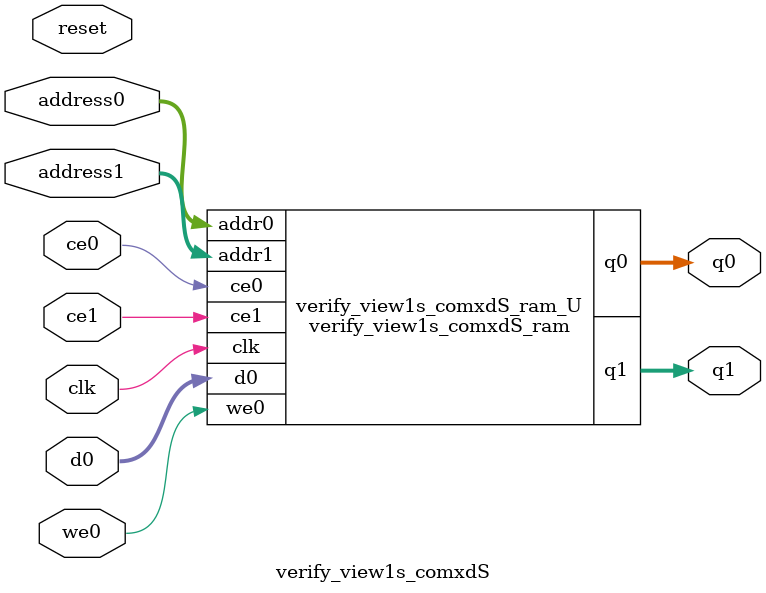
<source format=v>
`timescale 1 ns / 1 ps
module verify_view1s_comxdS_ram (addr0, ce0, d0, we0, q0, addr1, ce1, q1,  clk);

parameter DWIDTH = 8;
parameter AWIDTH = 15;
parameter MEM_SIZE = 16425;

input[AWIDTH-1:0] addr0;
input ce0;
input[DWIDTH-1:0] d0;
input we0;
output reg[DWIDTH-1:0] q0;
input[AWIDTH-1:0] addr1;
input ce1;
output reg[DWIDTH-1:0] q1;
input clk;

(* ram_style = "block" *)reg [DWIDTH-1:0] ram[0:MEM_SIZE-1];




always @(posedge clk)  
begin 
    if (ce0) begin
        if (we0) 
            ram[addr0] <= d0; 
        q0 <= ram[addr0];
    end
end


always @(posedge clk)  
begin 
    if (ce1) begin
        q1 <= ram[addr1];
    end
end


endmodule

`timescale 1 ns / 1 ps
module verify_view1s_comxdS(
    reset,
    clk,
    address0,
    ce0,
    we0,
    d0,
    q0,
    address1,
    ce1,
    q1);

parameter DataWidth = 32'd8;
parameter AddressRange = 32'd16425;
parameter AddressWidth = 32'd15;
input reset;
input clk;
input[AddressWidth - 1:0] address0;
input ce0;
input we0;
input[DataWidth - 1:0] d0;
output[DataWidth - 1:0] q0;
input[AddressWidth - 1:0] address1;
input ce1;
output[DataWidth - 1:0] q1;



verify_view1s_comxdS_ram verify_view1s_comxdS_ram_U(
    .clk( clk ),
    .addr0( address0 ),
    .ce0( ce0 ),
    .we0( we0 ),
    .d0( d0 ),
    .q0( q0 ),
    .addr1( address1 ),
    .ce1( ce1 ),
    .q1( q1 ));

endmodule


</source>
